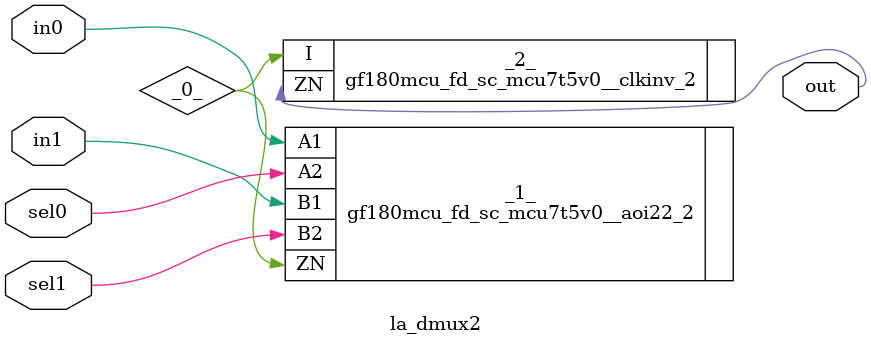
<source format=v>

/* Generated by Yosys 0.37 (git sha1 a5c7f69ed, clang 14.0.0-1ubuntu1.1 -fPIC -Os) */

module la_dmux2(sel1, sel0, in1, in0, out);
  wire _0_;
  input in0;
  wire in0;
  input in1;
  wire in1;
  output out;
  wire out;
  input sel0;
  wire sel0;
  input sel1;
  wire sel1;
  gf180mcu_fd_sc_mcu7t5v0__aoi22_2 _1_ (
    .A1(in0),
    .A2(sel0),
    .B1(in1),
    .B2(sel1),
    .ZN(_0_)
  );
  gf180mcu_fd_sc_mcu7t5v0__clkinv_2 _2_ (
    .I(_0_),
    .ZN(out)
  );
endmodule

</source>
